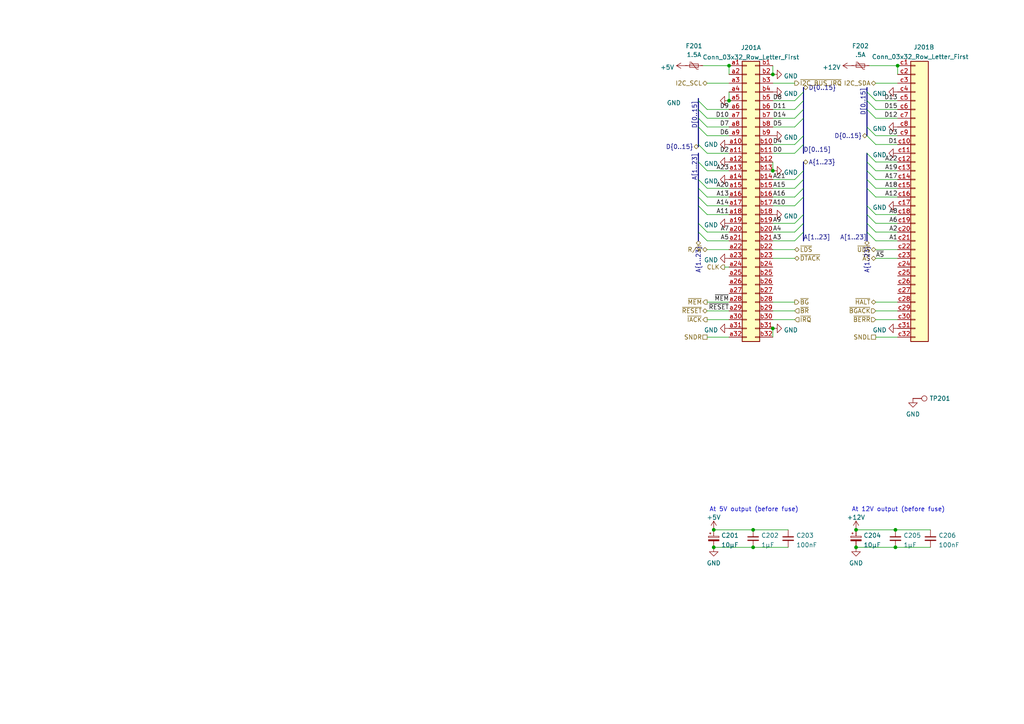
<source format=kicad_sch>
(kicad_sch (version 20211123) (generator eeschema)
  (paper "A4")
  (lib_symbols
    (symbol "68komputer-common:Conn_03x32_Row_Letter_First" (pin_names (offset 1.016) hide)
      (property "Reference" "J" (at 1.27 40.64 0))
      (property "Value" "Conn_03x32_Row_Letter_First" (at 1.27 -43.18 0))
      (symbol "Conn_03x32_Row_Letter_First_1_1"
        (rectangle (start -1.27 -40.513) (end 0 -40.767) (stroke (width 0.1524)))
        (rectangle (start -1.27 -37.973) (end 0 -38.227) (stroke (width 0.1524)))
        (rectangle (start -1.27 -35.433) (end 0 -35.687) (stroke (width 0.1524)))
        (rectangle (start -1.27 -32.893) (end 0 -33.147) (stroke (width 0.1524)))
        (rectangle (start -1.27 -30.353) (end 0 -30.607) (stroke (width 0.1524)))
        (rectangle (start -1.27 -27.813) (end 0 -28.067) (stroke (width 0.1524)))
        (rectangle (start -1.27 -25.273) (end 0 -25.527) (stroke (width 0.1524)))
        (rectangle (start -1.27 -22.733) (end 0 -22.987) (stroke (width 0.1524)))
        (rectangle (start -1.27 -20.193) (end 0 -20.447) (stroke (width 0.1524)))
        (rectangle (start -1.27 -17.653) (end 0 -17.907) (stroke (width 0.1524)))
        (rectangle (start -1.27 -15.113) (end 0 -15.367) (stroke (width 0.1524)))
        (rectangle (start -1.27 -12.573) (end 0 -12.827) (stroke (width 0.1524)))
        (rectangle (start -1.27 -10.033) (end 0 -10.287) (stroke (width 0.1524)))
        (rectangle (start -1.27 -7.493) (end 0 -7.747) (stroke (width 0.1524)))
        (rectangle (start -1.27 -4.953) (end 0 -5.207) (stroke (width 0.1524)))
        (rectangle (start -1.27 -2.413) (end 0 -2.667) (stroke (width 0.1524)))
        (rectangle (start -1.27 0.127) (end 0 -0.127) (stroke (width 0.1524)))
        (rectangle (start -1.27 2.667) (end 0 2.413) (stroke (width 0.1524)))
        (rectangle (start -1.27 5.207) (end 0 4.953) (stroke (width 0.1524)))
        (rectangle (start -1.27 7.747) (end 0 7.493) (stroke (width 0.1524)))
        (rectangle (start -1.27 10.287) (end 0 10.033) (stroke (width 0.1524)))
        (rectangle (start -1.27 12.827) (end 0 12.573) (stroke (width 0.1524)))
        (rectangle (start -1.27 15.367) (end 0 15.113) (stroke (width 0.1524)))
        (rectangle (start -1.27 17.907) (end 0 17.653) (stroke (width 0.1524)))
        (rectangle (start -1.27 20.447) (end 0 20.193) (stroke (width 0.1524)))
        (rectangle (start -1.27 22.987) (end 0 22.733) (stroke (width 0.1524)))
        (rectangle (start -1.27 25.527) (end 0 25.273) (stroke (width 0.1524)))
        (rectangle (start -1.27 28.067) (end 0 27.813) (stroke (width 0.1524)))
        (rectangle (start -1.27 30.607) (end 0 30.353) (stroke (width 0.1524)))
        (rectangle (start -1.27 33.147) (end 0 32.893) (stroke (width 0.1524)))
        (rectangle (start -1.27 35.687) (end 0 35.433) (stroke (width 0.1524)))
        (rectangle (start -1.27 38.227) (end 0 37.973) (stroke (width 0.1524)))
        (rectangle (start -1.27 39.37) (end 3.81 -41.91) (stroke (width 0.254)) (fill (type background)))
        (rectangle (start 3.81 -40.513) (end 2.54 -40.767) (stroke (width 0.1524)))
        (rectangle (start 3.81 -37.973) (end 2.54 -38.227) (stroke (width 0.1524)))
        (rectangle (start 3.81 -35.433) (end 2.54 -35.687) (stroke (width 0.1524)))
        (rectangle (start 3.81 -32.893) (end 2.54 -33.147) (stroke (width 0.1524)))
        (rectangle (start 3.81 -30.353) (end 2.54 -30.607) (stroke (width 0.1524)))
        (rectangle (start 3.81 -27.813) (end 2.54 -28.067) (stroke (width 0.1524)))
        (rectangle (start 3.81 -25.273) (end 2.54 -25.527) (stroke (width 0.1524)))
        (rectangle (start 3.81 -22.733) (end 2.54 -22.987) (stroke (width 0.1524)))
        (rectangle (start 3.81 -20.193) (end 2.54 -20.447) (stroke (width 0.1524)))
        (rectangle (start 3.81 -17.653) (end 2.54 -17.907) (stroke (width 0.1524)))
        (rectangle (start 3.81 -15.113) (end 2.54 -15.367) (stroke (width 0.1524)))
        (rectangle (start 3.81 -12.573) (end 2.54 -12.827) (stroke (width 0.1524)))
        (rectangle (start 3.81 -10.033) (end 2.54 -10.287) (stroke (width 0.1524)))
        (rectangle (start 3.81 -7.493) (end 2.54 -7.747) (stroke (width 0.1524)))
        (rectangle (start 3.81 -4.953) (end 2.54 -5.207) (stroke (width 0.1524)))
        (rectangle (start 3.81 -2.413) (end 2.54 -2.667) (stroke (width 0.1524)))
        (rectangle (start 3.81 0.127) (end 2.54 -0.127) (stroke (width 0.1524)))
        (rectangle (start 3.81 2.667) (end 2.54 2.413) (stroke (width 0.1524)))
        (rectangle (start 3.81 5.207) (end 2.54 4.953) (stroke (width 0.1524)))
        (rectangle (start 3.81 7.747) (end 2.54 7.493) (stroke (width 0.1524)))
        (rectangle (start 3.81 10.287) (end 2.54 10.033) (stroke (width 0.1524)))
        (rectangle (start 3.81 12.827) (end 2.54 12.573) (stroke (width 0.1524)))
        (rectangle (start 3.81 15.367) (end 2.54 15.113) (stroke (width 0.1524)))
        (rectangle (start 3.81 17.907) (end 2.54 17.653) (stroke (width 0.1524)))
        (rectangle (start 3.81 20.447) (end 2.54 20.193) (stroke (width 0.1524)))
        (rectangle (start 3.81 22.987) (end 2.54 22.733) (stroke (width 0.1524)))
        (rectangle (start 3.81 25.527) (end 2.54 25.273) (stroke (width 0.1524)))
        (rectangle (start 3.81 28.067) (end 2.54 27.813) (stroke (width 0.1524)))
        (rectangle (start 3.81 30.607) (end 2.54 30.353) (stroke (width 0.1524)))
        (rectangle (start 3.81 33.147) (end 2.54 32.893) (stroke (width 0.1524)))
        (rectangle (start 3.81 35.687) (end 2.54 35.433) (stroke (width 0.1524)))
        (rectangle (start 3.81 38.227) (end 2.54 37.973) (stroke (width 0.1524)))
        (pin passive line (at -5.08 38.1 0) (length 3.81) (name "Pin_a1") (number "a1"))
        (pin passive line (at -5.08 15.24 0) (length 3.81) (name "Pin_a10") (number "a10"))
        (pin passive line (at -5.08 12.7 0) (length 3.81) (name "Pin_a11") (number "a11"))
        (pin passive line (at -5.08 10.16 0) (length 3.81) (name "Pin_a12") (number "a12"))
        (pin passive line (at -5.08 7.62 0) (length 3.81) (name "Pin_a13") (number "a13"))
        (pin passive line (at -5.08 5.08 0) (length 3.81) (name "Pin_a14") (number "a14"))
        (pin passive line (at -5.08 2.54 0) (length 3.81) (name "Pin_a15") (number "a15"))
        (pin passive line (at -5.08 0 0) (length 3.81) (name "Pin_a16") (number "a16"))
        (pin passive line (at -5.08 -2.54 0) (length 3.81) (name "Pin_a17") (number "a17"))
        (pin passive line (at -5.08 -5.08 0) (length 3.81) (name "Pin_a18") (number "a18"))
        (pin passive line (at -5.08 -7.62 0) (length 3.81) (name "Pin_a19") (number "a19"))
        (pin passive line (at -5.08 35.56 0) (length 3.81) (name "Pin_a2") (number "a2"))
        (pin passive line (at -5.08 -10.16 0) (length 3.81) (name "Pin_a20") (number "a20"))
        (pin passive line (at -5.08 -12.7 0) (length 3.81) (name "Pin_a21") (number "a21"))
        (pin passive line (at -5.08 -15.24 0) (length 3.81) (name "Pin_a22") (number "a22"))
        (pin passive line (at -5.08 -17.78 0) (length 3.81) (name "Pin_a23") (number "a23"))
        (pin passive line (at -5.08 -20.32 0) (length 3.81) (name "Pin_a24") (number "a24"))
        (pin passive line (at -5.08 -22.86 0) (length 3.81) (name "Pin_a25") (number "a25"))
        (pin passive line (at -5.08 -25.4 0) (length 3.81) (name "Pin_a26") (number "a26"))
        (pin passive line (at -5.08 -27.94 0) (length 3.81) (name "Pin_a27") (number "a27"))
        (pin passive line (at -5.08 -30.48 0) (length 3.81) (name "Pin_a28") (number "a28"))
        (pin passive line (at -5.08 -33.02 0) (length 3.81) (name "Pin_a29") (number "a29"))
        (pin passive line (at -5.08 33.02 0) (length 3.81) (name "Pin_a3") (number "a3"))
        (pin passive line (at -5.08 -35.56 0) (length 3.81) (name "Pin_a30") (number "a30"))
        (pin passive line (at -5.08 -38.1 0) (length 3.81) (name "Pin_a31") (number "a31"))
        (pin passive line (at -5.08 -40.64 0) (length 3.81) (name "Pin_a32") (number "a32"))
        (pin passive line (at -5.08 30.48 0) (length 3.81) (name "Pin_a4") (number "a4"))
        (pin passive line (at -5.08 27.94 0) (length 3.81) (name "Pin_a5") (number "a5"))
        (pin passive line (at -5.08 25.4 0) (length 3.81) (name "Pin_a6") (number "a6"))
        (pin passive line (at -5.08 22.86 0) (length 3.81) (name "Pin_a7") (number "a7"))
        (pin passive line (at -5.08 20.32 0) (length 3.81) (name "Pin_a8") (number "a8"))
        (pin passive line (at -5.08 17.78 0) (length 3.81) (name "Pin_a9") (number "a9"))
        (pin passive line (at 7.62 38.1 180) (length 3.81) (name "Pin_b1") (number "b1"))
        (pin passive line (at 7.62 15.24 180) (length 3.81) (name "Pin_b10") (number "b10"))
        (pin passive line (at 7.62 12.7 180) (length 3.81) (name "Pin_b11") (number "b11"))
        (pin passive line (at 7.62 10.16 180) (length 3.81) (name "Pin_b12") (number "b12"))
        (pin passive line (at 7.62 7.62 180) (length 3.81) (name "Pin_b13") (number "b13"))
        (pin passive line (at 7.62 5.08 180) (length 3.81) (name "Pin_b14") (number "b14"))
        (pin passive line (at 7.62 2.54 180) (length 3.81) (name "Pin_b15") (number "b15"))
        (pin passive line (at 7.62 0 180) (length 3.81) (name "Pin_b16") (number "b16"))
        (pin passive line (at 7.62 -2.54 180) (length 3.81) (name "Pin_b17") (number "b17"))
        (pin passive line (at 7.62 -5.08 180) (length 3.81) (name "Pin_b18") (number "b18"))
        (pin passive line (at 7.62 -7.62 180) (length 3.81) (name "Pin_b19") (number "b19"))
        (pin passive line (at 7.62 35.56 180) (length 3.81) (name "Pin_b2") (number "b2"))
        (pin passive line (at 7.62 -10.16 180) (length 3.81) (name "Pin_b20") (number "b20"))
        (pin passive line (at 7.62 -12.7 180) (length 3.81) (name "Pin_b21") (number "b21"))
        (pin passive line (at 7.62 -15.24 180) (length 3.81) (name "Pin_b22") (number "b22"))
        (pin passive line (at 7.62 -17.78 180) (length 3.81) (name "Pin_b23") (number "b23"))
        (pin passive line (at 7.62 -20.32 180) (length 3.81) (name "Pin_b24") (number "b24"))
        (pin passive line (at 7.62 -22.86 180) (length 3.81) (name "Pin_b25") (number "b25"))
        (pin passive line (at 7.62 -25.4 180) (length 3.81) (name "Pin_b26") (number "b26"))
        (pin passive line (at 7.62 -27.94 180) (length 3.81) (name "Pin_b27") (number "b27"))
        (pin passive line (at 7.62 -30.48 180) (length 3.81) (name "Pin_b28") (number "b28"))
        (pin passive line (at 7.62 -33.02 180) (length 3.81) (name "Pin_b29") (number "b29"))
        (pin passive line (at 7.62 33.02 180) (length 3.81) (name "Pin_b3") (number "b3"))
        (pin passive line (at 7.62 -35.56 180) (length 3.81) (name "Pin_b30") (number "b30"))
        (pin passive line (at 7.62 -38.1 180) (length 3.81) (name "Pin_b31") (number "b31"))
        (pin passive line (at 7.62 -40.64 180) (length 3.81) (name "Pin_b32") (number "b32"))
        (pin passive line (at 7.62 30.48 180) (length 3.81) (name "Pin_b4") (number "b4"))
        (pin passive line (at 7.62 27.94 180) (length 3.81) (name "Pin_b5") (number "b5"))
        (pin passive line (at 7.62 25.4 180) (length 3.81) (name "Pin_b6") (number "b6"))
        (pin passive line (at 7.62 22.86 180) (length 3.81) (name "Pin_b7") (number "b7"))
        (pin passive line (at 7.62 20.32 180) (length 3.81) (name "Pin_b8") (number "b8"))
        (pin passive line (at 7.62 17.78 180) (length 3.81) (name "Pin_b9") (number "b9"))
      )
      (symbol "Conn_03x32_Row_Letter_First_2_1"
        (rectangle (start -1.27 39.37) (end 3.81 -41.91) (stroke (width 0.254)) (fill (type background)))
        (rectangle (start 3.81 -40.513) (end 2.54 -40.767) (stroke (width 0.1524)))
        (rectangle (start 3.81 -37.973) (end 2.54 -38.227) (stroke (width 0.1524)))
        (rectangle (start 3.81 -35.433) (end 2.54 -35.687) (stroke (width 0.1524)))
        (rectangle (start 3.81 -32.893) (end 2.54 -33.147) (stroke (width 0.1524)))
        (rectangle (start 3.81 -30.353) (end 2.54 -30.607) (stroke (width 0.1524)))
        (rectangle (start 3.81 -27.813) (end 2.54 -28.067) (stroke (width 0.1524)))
        (rectangle (start 3.81 -25.273) (end 2.54 -25.527) (stroke (width 0.1524)))
        (rectangle (start 3.81 -22.733) (end 2.54 -22.987) (stroke (width 0.1524)))
        (rectangle (start 3.81 -20.193) (end 2.54 -20.447) (stroke (width 0.1524)))
        (rectangle (start 3.81 -17.653) (end 2.54 -17.907) (stroke (width 0.1524)))
        (rectangle (start 3.81 -15.113) (end 2.54 -15.367) (stroke (width 0.1524)))
        (rectangle (start 3.81 -12.573) (end 2.54 -12.827) (stroke (width 0.1524)))
        (rectangle (start 3.81 -10.033) (end 2.54 -10.287) (stroke (width 0.1524)))
        (rectangle (start 3.81 -7.493) (end 2.54 -7.747) (stroke (width 0.1524)))
        (rectangle (start 3.81 -4.953) (end 2.54 -5.207) (stroke (width 0.1524)))
        (rectangle (start 3.81 -2.413) (end 2.54 -2.667) (stroke (width 0.1524)))
        (rectangle (start 3.81 0.127) (end 2.54 -0.127) (stroke (width 0.1524)))
        (rectangle (start 3.81 2.667) (end 2.54 2.413) (stroke (width 0.1524)))
        (rectangle (start 3.81 5.207) (end 2.54 4.953) (stroke (width 0.1524)))
        (rectangle (start 3.81 7.747) (end 2.54 7.493) (stroke (width 0.1524)))
        (rectangle (start 3.81 10.287) (end 2.54 10.033) (stroke (width 0.1524)))
        (rectangle (start 3.81 12.827) (end 2.54 12.573) (stroke (width 0.1524)))
        (rectangle (start 3.81 15.367) (end 2.54 15.113) (stroke (width 0.1524)))
        (rectangle (start 3.81 17.907) (end 2.54 17.653) (stroke (width 0.1524)))
        (rectangle (start 3.81 20.447) (end 2.54 20.193) (stroke (width 0.1524)))
        (rectangle (start 3.81 22.987) (end 2.54 22.733) (stroke (width 0.1524)))
        (rectangle (start 3.81 25.527) (end 2.54 25.273) (stroke (width 0.1524)))
        (rectangle (start 3.81 28.067) (end 2.54 27.813) (stroke (width 0.1524)))
        (rectangle (start 3.81 30.607) (end 2.54 30.353) (stroke (width 0.1524)))
        (rectangle (start 3.81 33.147) (end 2.54 32.893) (stroke (width 0.1524)))
        (rectangle (start 3.81 35.687) (end 2.54 35.433) (stroke (width 0.1524)))
        (rectangle (start 3.81 38.227) (end 2.54 37.973) (stroke (width 0.1524)))
        (pin passive line (at 7.62 38.1 180) (length 3.81) (name "Pin_c1") (number "c1"))
        (pin passive line (at 7.62 15.24 180) (length 3.81) (name "Pin_c10") (number "c10"))
        (pin passive line (at 7.62 12.7 180) (length 3.81) (name "Pin_c11") (number "c11"))
        (pin passive line (at 7.62 10.16 180) (length 3.81) (name "Pin_c12") (number "c12"))
        (pin passive line (at 7.62 7.62 180) (length 3.81) (name "Pin_c13") (number "c13"))
        (pin passive line (at 7.62 5.08 180) (length 3.81) (name "Pin_c14") (number "c14"))
        (pin passive line (at 7.62 2.54 180) (length 3.81) (name "Pin_c15") (number "c15"))
        (pin passive line (at 7.62 0 180) (length 3.81) (name "Pin_c16") (number "c16"))
        (pin passive line (at 7.62 -2.54 180) (length 3.81) (name "Pin_c17") (number "c17"))
        (pin passive line (at 7.62 -5.08 180) (length 3.81) (name "Pin_c18") (number "c18"))
        (pin passive line (at 7.62 -7.62 180) (length 3.81) (name "Pin_c19") (number "c19"))
        (pin passive line (at 7.62 35.56 180) (length 3.81) (name "Pin_c2") (number "c2"))
        (pin passive line (at 7.62 -10.16 180) (length 3.81) (name "Pin_c20") (number "c20"))
        (pin passive line (at 7.62 -12.7 180) (length 3.81) (name "Pin_c21") (number "c21"))
        (pin passive line (at 7.62 -15.24 180) (length 3.81) (name "Pin_c22") (number "c22"))
        (pin passive line (at 7.62 -17.78 180) (length 3.81) (name "Pin_c23") (number "c23"))
        (pin passive line (at 7.62 -20.32 180) (length 3.81) (name "Pin_c24") (number "c24"))
        (pin passive line (at 7.62 -22.86 180) (length 3.81) (name "Pin_c25") (number "c25"))
        (pin passive line (at 7.62 -25.4 180) (length 3.81) (name "Pin_c26") (number "c26"))
        (pin passive line (at 7.62 -27.94 180) (length 3.81) (name "Pin_c27") (number "c27"))
        (pin passive line (at 7.62 -30.48 180) (length 3.81) (name "Pin_c28") (number "c28"))
        (pin passive line (at 7.62 -33.02 180) (length 3.81) (name "Pin_c29") (number "c29"))
        (pin passive line (at 7.62 33.02 180) (length 3.81) (name "Pin_c3") (number "c3"))
        (pin passive line (at 7.62 -35.56 180) (length 3.81) (name "Pin_c30") (number "c30"))
        (pin passive line (at 7.62 -38.1 180) (length 3.81) (name "Pin_c31") (number "c31"))
        (pin passive line (at 7.62 -40.64 180) (length 3.81) (name "Pin_c32") (number "c32"))
        (pin passive line (at 7.62 30.48 180) (length 3.81) (name "Pin_c4") (number "c4"))
        (pin passive line (at 7.62 27.94 180) (length 3.81) (name "Pin_c5") (number "c5"))
        (pin passive line (at 7.62 25.4 180) (length 3.81) (name "Pin_c6") (number "c6"))
        (pin passive line (at 7.62 22.86 180) (length 3.81) (name "Pin_c7") (number "c7"))
        (pin passive line (at 7.62 20.32 180) (length 3.81) (name "Pin_c8") (number "c8"))
        (pin passive line (at 7.62 17.78 180) (length 3.81) (name "Pin_c9") (number "c9"))
      )
    )
    (symbol "Connector:TestPoint" (pin_numbers hide) (pin_names (offset 0.762) hide)
      (property "Reference" "TP" (at 0 6.858 0))
      (property "Value" "TestPoint" (at 0 5.08 0))
      (symbol "TestPoint_0_1"
        (circle (center 0 3.302) (radius 0.762))
      )
      (symbol "TestPoint_1_1"
        (pin passive line (at 0 0 90) (length 2.54) (name "1") (number "1"))
      )
    )
    (symbol "Device:C_Polarized_Small" (pin_numbers hide) (pin_names (offset 0.254) hide)
      (property "Reference" "C" (at 0.254 1.778 0))
      (property "Value" "C_Polarized_Small" (at 0.254 -2.032 0))
      (symbol "C_Polarized_Small_0_1"
        (rectangle (start -1.524 -0.3048) (end 1.524 -0.6858) (fill (type outline)))
        (rectangle (start -1.524 0.6858) (end 1.524 0.3048))
        (polyline (pts (xy -1.27 1.524) (xy -0.762 1.524)))
        (polyline (pts (xy -1.016 1.27) (xy -1.016 1.778)))
      )
      (symbol "C_Polarized_Small_1_1"
        (pin passive line (at 0 2.54 270) (length 1.8542) (name "~") (number "1"))
        (pin passive line (at 0 -2.54 90) (length 1.8542) (name "~") (number "2"))
      )
    )
    (symbol "Device:C_Small" (pin_numbers hide) (pin_names (offset 0.254) hide)
      (property "Reference" "C" (at 0.254 1.778 0))
      (property "Value" "C_Small" (at 0.254 -2.032 0))
      (symbol "C_Small_0_1"
        (polyline (pts (xy -1.524 -0.508) (xy 1.524 -0.508)) (stroke (width 0.3302)))
        (polyline (pts (xy -1.524 0.508) (xy 1.524 0.508)) (stroke (width 0.3048)))
      )
      (symbol "C_Small_1_1"
        (pin passive line (at 0 2.54 270) (length 2.032) (name "~") (number "1"))
        (pin passive line (at 0 -2.54 90) (length 2.032) (name "~") (number "2"))
      )
    )
    (symbol "Device:Polyfuse_Small" (pin_numbers hide) (pin_names (offset 0))
      (property "Reference" "F" (at -1.905 0 90))
      (property "Value" "Polyfuse_Small" (at 1.905 0 90))
      (symbol "Polyfuse_Small_0_1"
        (rectangle (start -0.508 1.27) (end 0.508 -1.27))
        (polyline (pts (xy 0 2.54) (xy 0 -2.54)))
        (polyline (pts (xy -1.016 1.27) (xy -1.016 0.762) (xy 1.016 -0.762) (xy 1.016 -1.27)))
      )
      (symbol "Polyfuse_Small_1_1"
        (pin passive line (at 0 2.54 270) (length 0.635) (name "~") (number "1"))
        (pin passive line (at 0 -2.54 90) (length 0.635) (name "~") (number "2"))
      )
    )
    (symbol "power:+12V" (power) (pin_names (offset 0))
      (property "Value" "+12V" (at 0 3.556 0))
      (symbol "+12V_0_1"
        (polyline (pts (xy -0.762 1.27) (xy 0 2.54)))
        (polyline (pts (xy 0 0) (xy 0 2.54)))
        (polyline (pts (xy 0 2.54) (xy 0.762 1.27)))
      )
      (symbol "+12V_1_1"
        (pin power_in line (at 0 0 90) (length 0) hide (name "+12V") (number "1"))
      )
    )
    (symbol "power:+5V" (power) (pin_names (offset 0))
      (property "Value" "+5V" (at 0 3.556 0))
      (symbol "+5V_0_1"
        (polyline (pts (xy -0.762 1.27) (xy 0 2.54)))
        (polyline (pts (xy 0 0) (xy 0 2.54)))
        (polyline (pts (xy 0 2.54) (xy 0.762 1.27)))
      )
      (symbol "+5V_1_1"
        (pin power_in line (at 0 0 90) (length 0) hide (name "+5V") (number "1"))
      )
    )
    (symbol "power:GND" (power) (pin_names (offset 0))
      (property "Value" "GND" (at 0 -3.81 0))
      (symbol "GND_0_1"
        (polyline (pts (xy 0 0) (xy 0 -1.27) (xy 1.27 -1.27) (xy 0 -2.54) (xy -1.27 -1.27) (xy 0 -1.27)))
      )
      (symbol "GND_1_1"
        (pin power_in line (at 0 0 270) (length 0) hide (name "GND") (number "1"))
      )
    )
  )
  (junction (at 207.01 158.75))
  (junction (at 248.285 153.67))
  (junction (at 248.285 158.75))
  (junction (at 207.01 153.67))
  (junction (at 224.155 21.59))
  (junction (at 224.155 49.53))
  (junction (at 211.455 29.21))
  (junction (at 218.44 153.67))
  (junction (at 259.715 158.75))
  (junction (at 218.44 158.75))
  (junction (at 224.155 95.25))
  (junction (at 211.455 19.05))
  (junction (at 259.715 153.67))
  (junction (at 260.35 19.05))
  (bus_entry (at 230.505 29.21) (size 2.54 -2.54))
  (bus_entry (at 251.46 39.37) (size 2.54 2.54))
  (bus_entry (at 202.565 64.77) (size 2.54 2.54))
  (bus_entry (at 251.46 54.61) (size 2.54 2.54))
  (bus_entry (at 202.565 36.83) (size 2.54 2.54))
  (bus_entry (at 230.505 57.15) (size 2.54 -2.54))
  (bus_entry (at 202.565 34.29) (size 2.54 2.54))
  (bus_entry (at 251.46 29.21) (size 2.54 2.54))
  (bus_entry (at 251.46 64.77) (size 2.54 2.54))
  (bus_entry (at 202.565 31.75) (size 2.54 2.54))
  (bus_entry (at 251.46 49.53) (size 2.54 2.54))
  (bus_entry (at 230.505 52.07) (size 2.54 -2.54))
  (bus_entry (at 251.46 67.31) (size 2.54 2.54))
  (bus_entry (at 202.565 59.69) (size 2.54 2.54))
  (bus_entry (at 202.565 29.21) (size 2.54 2.54))
  (bus_entry (at 251.46 46.99) (size 2.54 2.54))
  (bus_entry (at 230.505 36.83) (size 2.54 -2.54))
  (bus_entry (at 251.46 44.45) (size 2.54 2.54))
  (bus_entry (at 230.505 44.45) (size 2.54 -2.54))
  (bus_entry (at 202.565 52.07) (size 2.54 2.54))
  (bus_entry (at 230.505 64.77) (size 2.54 -2.54))
  (bus_entry (at 251.46 26.67) (size 2.54 2.54))
  (bus_entry (at 230.505 41.91) (size 2.54 -2.54))
  (bus_entry (at 251.46 62.23) (size 2.54 2.54))
  (bus_entry (at 202.565 41.91) (size 2.54 2.54))
  (bus_entry (at 202.565 57.15) (size 2.54 2.54))
  (bus_entry (at 230.505 67.31) (size 2.54 -2.54))
  (bus_entry (at 230.505 31.75) (size 2.54 -2.54))
  (bus_entry (at 251.46 52.07) (size 2.54 2.54))
  (bus_entry (at 230.505 34.29) (size 2.54 -2.54))
  (bus_entry (at 202.565 46.99) (size 2.54 2.54))
  (bus_entry (at 251.46 59.69) (size 2.54 2.54))
  (bus_entry (at 230.505 69.85) (size 2.54 -2.54))
  (bus_entry (at 202.565 54.61) (size 2.54 2.54))
  (bus_entry (at 251.46 36.83) (size 2.54 2.54))
  (bus_entry (at 202.565 67.31) (size 2.54 2.54))
  (bus_entry (at 230.505 54.61) (size 2.54 -2.54))
  (bus_entry (at 251.46 31.75) (size 2.54 2.54))
  (bus_entry (at 230.505 59.69) (size 2.54 -2.54))
  (bus (pts (xy 202.565 67.31) (xy 202.565 69.85)))
  (bus (pts (xy 233.045 39.37) (xy 233.045 41.91)))
  (bus (pts (xy 233.045 34.29) (xy 233.045 39.37)))
  (wire (pts (xy 224.155 52.07) (xy 230.505 52.07)))
  (wire (pts (xy 224.155 95.25) (xy 224.155 97.79)))
  (wire (pts (xy 224.155 54.61) (xy 230.505 54.61)))
  (wire (pts (xy 224.155 69.85) (xy 230.505 69.85)))
  (wire (pts (xy 211.455 90.17) (xy 205.105 90.17)))
  (wire (pts (xy 254 31.75) (xy 260.35 31.75)))
  (bus (pts (xy 202.565 41.91) (xy 202.565 42.545)))
  (wire (pts (xy 205.105 72.39) (xy 211.455 72.39)))
  (wire (pts (xy 205.105 92.71) (xy 211.455 92.71)))
  (bus (pts (xy 202.565 46.99) (xy 202.565 52.07)))
  (wire (pts (xy 224.155 34.29) (xy 230.505 34.29)))
  (bus (pts (xy 202.565 31.75) (xy 202.565 34.29)))
  (bus (pts (xy 233.045 31.75) (xy 233.045 34.29)))
  (bus (pts (xy 202.565 57.15) (xy 202.565 59.69)))
  (bus (pts (xy 251.46 64.77) (xy 251.46 67.31)))
  (bus (pts (xy 202.565 54.61) (xy 202.565 57.15)))
  (wire (pts (xy 205.105 62.23) (xy 211.455 62.23)))
  (wire (pts (xy 254 67.31) (xy 260.35 67.31)))
  (wire (pts (xy 230.505 92.71) (xy 224.155 92.71)))
  (bus (pts (xy 202.565 52.07) (xy 202.565 54.61)))
  (bus (pts (xy 233.045 57.15) (xy 233.045 62.23)))
  (wire (pts (xy 252.095 19.05) (xy 260.35 19.05)))
  (wire (pts (xy 224.155 29.21) (xy 230.505 29.21)))
  (wire (pts (xy 248.285 158.75) (xy 259.715 158.75)))
  (wire (pts (xy 218.44 158.75) (xy 228.6 158.75)))
  (wire (pts (xy 224.155 59.69) (xy 230.505 59.69)))
  (bus (pts (xy 202.565 28.575) (xy 202.565 29.21)))
  (wire (pts (xy 205.105 57.15) (xy 211.455 57.15)))
  (wire (pts (xy 254 29.21) (xy 260.35 29.21)))
  (wire (pts (xy 207.01 153.67) (xy 218.44 153.67)))
  (bus (pts (xy 202.565 36.83) (xy 202.565 41.91)))
  (bus (pts (xy 233.045 29.21) (xy 233.045 31.75)))
  (bus (pts (xy 233.045 64.77) (xy 233.045 67.31)))
  (bus (pts (xy 251.46 54.61) (xy 251.46 59.69)))
  (wire (pts (xy 260.35 19.05) (xy 260.35 21.59)))
  (bus (pts (xy 251.46 59.69) (xy 251.46 62.23)))
  (wire (pts (xy 254 62.23) (xy 260.35 62.23)))
  (bus (pts (xy 233.045 67.31) (xy 233.045 69.85)))
  (wire (pts (xy 205.105 87.63) (xy 211.455 87.63)))
  (wire (pts (xy 207.01 158.75) (xy 218.44 158.75)))
  (wire (pts (xy 254 64.77) (xy 260.35 64.77)))
  (bus (pts (xy 233.045 52.07) (xy 233.045 54.61)))
  (wire (pts (xy 224.155 44.45) (xy 230.505 44.45)))
  (wire (pts (xy 205.105 49.53) (xy 211.455 49.53)))
  (bus (pts (xy 202.565 59.69) (xy 202.565 64.77)))
  (wire (pts (xy 254 52.07) (xy 260.35 52.07)))
  (bus (pts (xy 233.045 54.61) (xy 233.045 57.15)))
  (wire (pts (xy 224.155 36.83) (xy 230.505 36.83)))
  (bus (pts (xy 202.565 34.29) (xy 202.565 36.83)))
  (wire (pts (xy 260.35 87.63) (xy 254 87.63)))
  (wire (pts (xy 254 46.99) (xy 260.35 46.99)))
  (wire (pts (xy 254 24.13) (xy 260.35 24.13)))
  (bus (pts (xy 233.045 26.67) (xy 233.045 29.21)))
  (wire (pts (xy 230.505 74.93) (xy 224.155 74.93)))
  (wire (pts (xy 254 69.85) (xy 260.35 69.85)))
  (wire (pts (xy 254 72.39) (xy 260.35 72.39)))
  (bus (pts (xy 251.46 44.45) (xy 251.46 46.99)))
  (wire (pts (xy 254 90.17) (xy 260.35 90.17)))
  (wire (pts (xy 205.105 59.69) (xy 211.455 59.69)))
  (wire (pts (xy 205.105 31.75) (xy 211.455 31.75)))
  (wire (pts (xy 224.155 46.99) (xy 224.155 49.53)))
  (bus (pts (xy 233.045 49.53) (xy 233.045 52.07)))
  (wire (pts (xy 205.105 97.79) (xy 211.455 97.79)))
  (wire (pts (xy 224.155 31.75) (xy 230.505 31.75)))
  (wire (pts (xy 254 57.15) (xy 260.35 57.15)))
  (bus (pts (xy 251.46 52.07) (xy 251.46 54.61)))
  (wire (pts (xy 254 97.79) (xy 260.35 97.79)))
  (wire (pts (xy 254 39.37) (xy 260.35 39.37)))
  (wire (pts (xy 205.105 36.83) (xy 211.455 36.83)))
  (wire (pts (xy 224.155 24.13) (xy 230.505 24.13)))
  (wire (pts (xy 224.155 64.77) (xy 230.505 64.77)))
  (wire (pts (xy 211.455 26.67) (xy 211.455 29.21)))
  (wire (pts (xy 260.35 92.71) (xy 254 92.71)))
  (bus (pts (xy 202.565 44.45) (xy 202.565 46.99)))
  (bus (pts (xy 202.565 64.77) (xy 202.565 67.31)))
  (wire (pts (xy 254 49.53) (xy 260.35 49.53)))
  (wire (pts (xy 230.505 72.39) (xy 224.155 72.39)))
  (wire (pts (xy 205.105 54.61) (xy 211.455 54.61)))
  (bus (pts (xy 251.46 29.21) (xy 251.46 31.75)))
  (bus (pts (xy 251.46 25.4) (xy 251.46 26.67)))
  (wire (pts (xy 254 34.29) (xy 260.35 34.29)))
  (wire (pts (xy 205.105 44.45) (xy 211.455 44.45)))
  (wire (pts (xy 224.155 87.63) (xy 230.505 87.63)))
  (wire (pts (xy 224.155 41.91) (xy 230.505 41.91)))
  (wire (pts (xy 218.44 153.67) (xy 228.6 153.67)))
  (wire (pts (xy 230.505 90.17) (xy 224.155 90.17)))
  (wire (pts (xy 259.715 158.75) (xy 269.875 158.75)))
  (bus (pts (xy 202.565 29.21) (xy 202.565 31.75)))
  (wire (pts (xy 205.105 67.31) (xy 211.455 67.31)))
  (wire (pts (xy 259.715 153.67) (xy 269.875 153.67)))
  (bus (pts (xy 251.46 67.31) (xy 251.46 69.85)))
  (bus (pts (xy 251.46 36.83) (xy 251.46 39.37)))
  (wire (pts (xy 254 74.93) (xy 260.35 74.93)))
  (bus (pts (xy 233.045 46.99) (xy 233.045 49.53)))
  (bus (pts (xy 251.46 31.75) (xy 251.46 36.83)))
  (wire (pts (xy 254 54.61) (xy 260.35 54.61)))
  (wire (pts (xy 205.105 69.85) (xy 211.455 69.85)))
  (wire (pts (xy 248.285 153.67) (xy 259.715 153.67)))
  (bus (pts (xy 233.045 62.23) (xy 233.045 64.77)))
  (bus (pts (xy 251.46 49.53) (xy 251.46 52.07)))
  (wire (pts (xy 224.155 57.15) (xy 230.505 57.15)))
  (wire (pts (xy 210.185 77.47) (xy 211.455 77.47)))
  (bus (pts (xy 251.46 62.23) (xy 251.46 64.77)))
  (wire (pts (xy 205.105 24.13) (xy 211.455 24.13)))
  (wire (pts (xy 224.155 19.05) (xy 224.155 21.59)))
  (wire (pts (xy 205.105 39.37) (xy 211.455 39.37)))
  (wire (pts (xy 211.455 19.05) (xy 211.455 21.59)))
  (wire (pts (xy 224.155 67.31) (xy 230.505 67.31)))
  (bus (pts (xy 251.46 26.67) (xy 251.46 29.21)))
  (wire (pts (xy 254 41.91) (xy 260.35 41.91)))
  (wire (pts (xy 203.835 19.05) (xy 211.455 19.05)))
  (bus (pts (xy 251.46 46.99) (xy 251.46 49.53)))
  (bus (pts (xy 233.045 25.4) (xy 233.045 26.67)))
  (wire (pts (xy 205.105 34.29) (xy 211.455 34.29)))
  (bus (pts (xy 233.045 41.91) (xy 233.045 44.45)))
  (text "At 5V output (before fuse)" (at 205.74 148.59 0) (effects (font (size 1.27 1.27)) (justify left bottom)))
  (text "At 12V output (before fuse)" (at 247.015 148.59 0) (effects (font (size 1.27 1.27)) (justify left bottom)))
  (label "A20" (at 211.455 54.61 180))
  (label "D6" (at 211.455 39.37 180))
  (label "D14" (at 224.155 34.29 0))
  (label "A21" (at 224.155 52.07 0))
  (label "D10" (at 211.455 34.29 180))
  (label "D12" (at 260.35 34.29 180))
  (label "A11" (at 211.455 62.23 180))
  (label "A[1..23]" (at 233.045 69.85 0))
  (label "A6" (at 260.35 64.77 180))
  (label "A18" (at 260.35 54.61 180))
  (label "A14" (at 211.455 59.69 180))
  (label "A[1..23]" (at 202.565 44.45 270))
  (label "D1" (at 260.35 41.91 180))
  (label "D0" (at 224.155 44.45 0))
  (label "A1" (at 260.35 69.85 180))
  (label "A2" (at 260.35 67.31 180))
  (label "A16" (at 224.155 57.15 0))
  (label "A4" (at 224.155 67.31 0))
  (label "D4" (at 224.155 41.91 0))
  (label "A12" (at 260.35 57.15 180))
  (label "D3" (at 260.35 39.37 180))
  (label "D15" (at 260.35 31.75 180))
  (label "A3" (at 224.155 69.85 0))
  (label "~{AS}" (at 254 74.93 0))
  (label "~{MEM}" (at 211.455 87.63 180))
  (label "D2" (at 211.455 44.45 180))
  (label "D13" (at 260.35 29.21 180))
  (label "D[0..15]" (at 202.565 29.21 270))
  (label "A13" (at 211.455 57.15 180))
  (label "A15" (at 224.155 54.61 0))
  (label "A22" (at 260.35 46.99 180))
  (label "D11" (at 224.155 31.75 0))
  (label "A19" (at 260.35 49.53 180))
  (label "A8" (at 260.35 62.23 180))
  (label "A9" (at 224.155 64.77 0))
  (label "~{RESET}" (at 211.455 90.17 180))
  (label "D9" (at 211.455 31.75 180))
  (label "D8" (at 224.155 29.21 0))
  (label "D5" (at 224.155 36.83 0))
  (label "A7" (at 211.455 67.31 180))
  (label "A10" (at 224.155 59.69 0))
  (label "A17" (at 260.35 52.07 180))
  (label "D7" (at 211.455 36.83 180))
  (label "A23" (at 211.455 49.53 180))
  (label "A[1..23]" (at 251.46 69.85 180))
  (label "A5" (at 211.455 69.85 180))
  (label "D[0..15]" (at 233.045 44.45 0))
  (label "D[0..15]" (at 251.46 25.4 270))
  (hierarchical_label "~{IACK}" (shape output) (at 205.105 92.71 180))
  (hierarchical_label "~{MEM}" (shape output) (at 205.105 87.63 180))
  (hierarchical_label "I2C_SCL" (shape tri_state) (at 205.105 24.13 180))
  (hierarchical_label "D{0..15}" (shape bidirectional) (at 233.045 25.4 0))
  (hierarchical_label "I2C_SDA" (shape tri_state) (at 254 24.13 180))
  (hierarchical_label "~{BR}" (shape input) (at 230.505 90.17 0))
  (hierarchical_label "A{1..23}" (shape bidirectional) (at 233.045 46.99 0))
  (hierarchical_label "~{LDS}" (shape bidirectional) (at 230.505 72.39 0))
  (hierarchical_label "~{BERR}" (shape input) (at 254 92.71 180))
  (hierarchical_label "SNDL" (shape passive) (at 254 97.79 180))
  (hierarchical_label "~{DTACK}" (shape bidirectional) (at 230.505 74.93 0))
  (hierarchical_label "A{1..23}" (shape bidirectional) (at 251.46 69.85 270))
  (hierarchical_label "SNDR" (shape passive) (at 205.105 97.79 180))
  (hierarchical_label "~{RESET}" (shape bidirectional) (at 205.105 90.17 180))
  (hierarchical_label "~{IRQ}" (shape input) (at 230.505 92.71 0))
  (hierarchical_label "~{UDS}" (shape bidirectional) (at 254 72.39 180))
  (hierarchical_label "~{BG}" (shape output) (at 230.505 87.63 0))
  (hierarchical_label "~{HALT}" (shape bidirectional) (at 254 87.63 180))
  (hierarchical_label "D{0..15}" (shape bidirectional) (at 202.565 42.545 180))
  (hierarchical_label "~{I2C_BUS_IRQ}" (shape output) (at 230.505 24.13 0))
  (hierarchical_label "A{1..23}" (shape bidirectional) (at 202.565 69.85 270))
  (hierarchical_label "CLK" (shape output) (at 210.185 77.47 180))
  (hierarchical_label "~{BGACK}" (shape input) (at 254 90.17 180))
  (hierarchical_label "~{AS}" (shape bidirectional) (at 254 74.93 180))
  (hierarchical_label "R{slash}~{W}" (shape bidirectional) (at 205.105 72.39 180))
  (hierarchical_label "D{0..15}" (shape bidirectional) (at 251.46 39.37 180))
  (symbol (lib_id "power:GND") (at 211.455 95.25 270) (unit 1)
    (property "Reference" "#PWR0209" (effects hide))
    (property "Value" "GND" (at 208.28 95.729 90) (effects (justify right)))
  )
  (symbol (lib_id "power:GND") (at 211.455 64.77 270) (unit 1)
    (property "Reference" "#PWR0208" (effects hide))
    (property "Value" "GND" (at 208.28 65.249 90) (effects (justify right)))
  )
  (symbol (lib_id "power:GND") (at 211.455 46.99 270) (unit 1)
    (property "Reference" "#PWR0206" (effects hide))
    (property "Value" "GND" (at 208.28 47.469 90) (effects (justify right)))
  )
  (symbol (lib_id "Device:C_Small") (at 269.875 156.21 0) (unit 1)
    (property "Reference" "C206" (at 272.1991 155.3015 0) (effects (justify left)))
    (property "Value" "100nF" (at 272.1991 158.0766 0) (effects (justify left)))
    (property "Footprint" "Capacitor_SMD:C_0805_2012Metric" (effects hide))
  )
  (symbol (lib_id "power:GND") (at 260.35 44.45 270) (unit 1)
    (property "Reference" "#PWR0221" (effects hide))
    (property "Value" "GND" (at 257.175 44.929 90) (effects (justify right)))
  )
  (symbol (lib_id "power:GND") (at 224.155 26.67 90) (unit 1)
    (property "Reference" "#PWR0211" (effects hide))
    (property "Value" "GND" (at 227.33 27.149 90) (effects (justify right)))
  )
  (symbol (lib_id "Device:C_Polarized_Small") (at 207.01 156.21 0) (unit 1)
    (property "Reference" "C201" (at 209.169 155.3015 0) (effects (justify left)))
    (property "Value" "10µF" (at 209.169 158.0766 0) (effects (justify left)))
    (property "Footprint" "Capacitor_Tantalum_SMD:CP_EIA-3528-21_Kemet-B" (effects hide))
    (property "MPN" "TAJB106K025SNJ" (effects hide))
  )
  (symbol (lib_id "68komputer-common:Conn_03x32_Row_Letter_First") (at 216.535 57.15 0) (unit 1)
    (property "Reference" "J201" (at 217.805 13.8135 0))
    (property "Value" "Conn_03x32_Row_Letter_First" (at 217.805 16.5886 0))
    (property "Footprint" "Connector_DIN:DIN41612_R_3x32_Male_Horizontal_THT" (effects hide))
  )
  (symbol (lib_id "Device:Polyfuse_Small") (at 201.295 19.05 270) (mirror x) (unit 1)
    (property "Reference" "F201" (at 201.295 13.335 90))
    (property "Value" "1.5A" (at 201.295 15.875 90))
    (property "Footprint" "Fuse:Fuse_Bourns_MF-SM_7.98x5.44mm" (effects hide))
    (property "MPN" "MF-SM150/33-2" (effects hide))
  )
  (symbol (lib_id "power:GND") (at 224.155 39.37 90) (unit 1)
    (property "Reference" "#PWR0212" (effects hide))
    (property "Value" "GND" (at 227.33 39.849 90) (effects (justify right)))
  )
  (symbol (lib_id "power:+12V") (at 247.015 19.05 90) (unit 1)
    (property "Reference" "#PWR0216" (effects hide))
    (property "Value" "+12V" (at 243.84 19.529 90) (effects (justify left)))
  )
  (symbol (lib_id "power:GND") (at 207.01 158.75 0) (unit 1)
    (property "Reference" "#PWR0203" (effects hide))
    (property "Value" "GND" (at 207.01 163.3124 0))
  )
  (symbol (lib_id "Device:C_Small") (at 228.6 156.21 0) (unit 1)
    (property "Reference" "C203" (at 230.9241 155.3015 0) (effects (justify left)))
    (property "Value" "100nF" (at 230.9241 158.0766 0) (effects (justify left)))
    (property "Footprint" "Capacitor_SMD:C_0805_2012Metric" (effects hide))
  )
  (symbol (lib_id "power:GND") (at 224.155 95.25 90) (unit 1)
    (property "Reference" "#PWR0215" (effects hide))
    (property "Value" "GND" (at 227.33 95.729 90) (effects (justify right)))
  )
  (symbol (lib_id "power:+5V") (at 198.755 19.05 90) (unit 1)
    (property "Reference" "#PWR0201" (effects hide))
    (property "Value" "+5V" (at 195.58 19.529 90) (effects (justify left)))
  )
  (symbol (lib_id "power:GND") (at 224.155 49.53 90) (unit 1)
    (property "Reference" "#PWR0213" (effects hide))
    (property "Value" "GND" (at 227.33 50.009 90) (effects (justify right)))
  )
  (symbol (lib_id "68komputer-common:Conn_03x32_Row_Letter_First") (at 267.97 57.15 0) (mirror y) (unit 2)
    (property "Reference" "J201" (at 264.922 13.6965 0) (effects (justify right)))
    (property "Value" "Conn_03x32_Row_Letter_First" (at 252.857 16.4716 0) (effects (justify right)))
    (property "Footprint" "Connector_DIN:DIN41612_R_3x32_Male_Horizontal_THT" (effects hide))
  )
  (symbol (lib_id "Device:C_Polarized_Small") (at 248.285 156.21 0) (unit 1)
    (property "Reference" "C204" (at 250.444 155.3015 0) (effects (justify left)))
    (property "Value" "10µF" (at 250.444 158.0766 0) (effects (justify left)))
    (property "Footprint" "Capacitor_Tantalum_SMD:CP_EIA-3528-21_Kemet-B" (effects hide))
    (property "MPN" "TAJB106K025SNJ" (effects hide))
  )
  (symbol (lib_id "power:GND") (at 211.455 52.07 270) (unit 1)
    (property "Reference" "#PWR0207" (effects hide))
    (property "Value" "GND" (at 208.28 52.549 90) (effects (justify right)))
  )
  (symbol (lib_id "power:GND") (at 260.35 26.67 270) (unit 1)
    (property "Reference" "#PWR0219" (effects hide))
    (property "Value" "GND" (at 257.175 27.149 90) (effects (justify right)))
  )
  (symbol (lib_id "power:+5V") (at 207.01 153.67 0) (unit 1)
    (property "Reference" "#PWR0202" (effects hide))
    (property "Value" "+5V" (at 207.01 150.0655 0))
  )
  (symbol (lib_id "power:GND") (at 224.155 62.23 90) (unit 1)
    (property "Reference" "#PWR0214" (effects hide))
    (property "Value" "GND" (at 227.33 62.709 90) (effects (justify right)))
  )
  (symbol (lib_id "power:GND") (at 264.795 115.57 0) (unit 1)
    (property "Reference" "#PWR0224" (effects hide))
    (property "Value" "GND" (at 264.795 120.1324 0))
  )
  (symbol (lib_id "power:GND") (at 224.155 21.59 90) (unit 1)
    (property "Reference" "#PWR0210" (effects hide))
    (property "Value" "GND" (at 227.33 22.069 90) (effects (justify right)))
  )
  (symbol (lib_id "power:GND") (at 260.35 95.25 270) (unit 1)
    (property "Reference" "#PWR0223" (effects hide))
    (property "Value" "GND" (at 257.175 95.729 90) (effects (justify right)))
  )
  (symbol (lib_id "power:GND") (at 248.285 158.75 0) (unit 1)
    (property "Reference" "#PWR0218" (effects hide))
    (property "Value" "GND" (at 248.285 163.3124 0))
  )
  (symbol (lib_id "Device:C_Small") (at 218.44 156.21 0) (unit 1)
    (property "Reference" "C202" (at 220.7641 155.3015 0) (effects (justify left)))
    (property "Value" "1µF" (at 220.7641 158.0766 0) (effects (justify left)))
    (property "Footprint" "Capacitor_SMD:C_0805_2012Metric" (effects hide))
  )
  (symbol (lib_id "Device:Polyfuse_Small") (at 249.555 19.05 270) (mirror x) (unit 1)
    (property "Reference" "F202" (at 249.555 13.335 90))
    (property "Value" ".5A" (at 249.555 15.875 90))
    (property "Footprint" "Fuse:Fuse_Littelfuse-NANO2-451_453" (effects hide))
    (property "MPN" "NANOSMDC050F/13.2-2" (effects hide))
  )
  (symbol (lib_id "power:GND") (at 260.35 36.83 270) (unit 1)
    (property "Reference" "#PWR0220" (effects hide))
    (property "Value" "GND" (at 257.175 37.309 90) (effects (justify right)))
  )
  (symbol (lib_id "Device:C_Small") (at 259.715 156.21 0) (unit 1)
    (property "Reference" "C205" (at 262.0391 155.3015 0) (effects (justify left)))
    (property "Value" "1µF" (at 262.0391 158.0766 0) (effects (justify left)))
    (property "Footprint" "Capacitor_SMD:C_0805_2012Metric" (effects hide))
  )
  (symbol (lib_id "power:GND") (at 211.455 41.91 270) (unit 1)
    (property "Reference" "#PWR0205" (effects hide))
    (property "Value" "GND" (at 208.28 41.91 90) (effects (justify right)))
  )
  (symbol (lib_id "power:GND") (at 211.455 74.93 270) (unit 1)
    (property "Reference" "#PWR0225" (effects hide))
    (property "Value" "GND" (at 208.28 75.409 90) (effects (justify right)))
  )
  (symbol (lib_id "power:+12V") (at 248.285 153.67 0) (unit 1)
    (property "Reference" "#PWR0217" (effects hide))
    (property "Value" "+12V" (at 248.285 150.0655 0))
  )
  (symbol (lib_id "power:GND") (at 211.455 29.21 270) (unit 1)
    (property "Reference" "#PWR0204" (effects hide))
    (property "Value" "GND" (at 197.485 29.845 90) (effects (justify right)))
  )
  (symbol (lib_id "Connector:TestPoint") (at 264.795 115.57 270) (unit 1)
    (property "Reference" "TP201" (at 269.5702 115.57 90) (effects (justify left)))
    (property "Value" "TestPoint" (effects hide))
    (property "Footprint" "TestPoint:TestPoint_Loop_D2.60mm_Drill1.4mm_Beaded" (effects hide))
    (property "MPN" "534-5001" (effects hide))
  )
  (symbol (lib_id "power:GND") (at 260.35 59.69 270) (unit 1)
    (property "Reference" "#PWR0222" (effects hide))
    (property "Value" "GND" (at 257.175 60.169 90) (effects (justify right)))
  )
)
</source>
